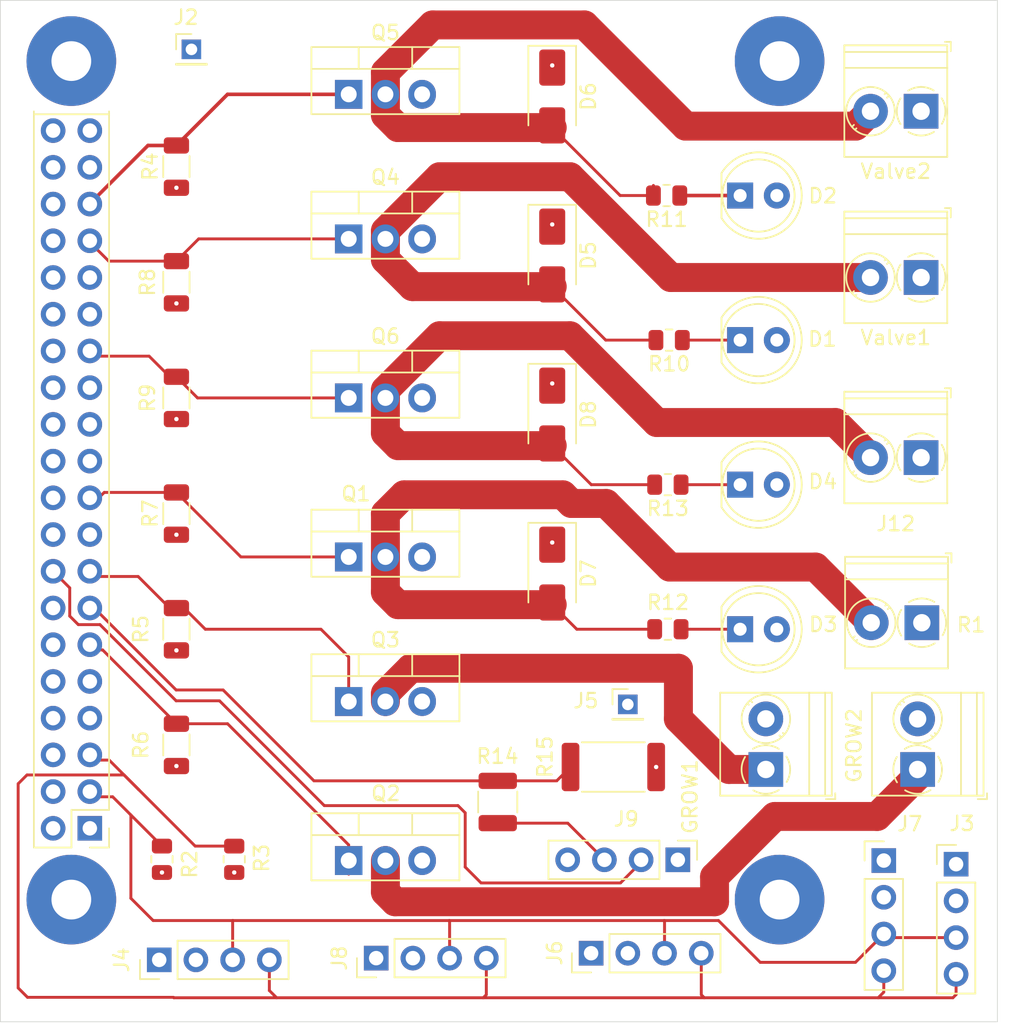
<source format=kicad_pcb>
(kicad_pcb (version 20240108) (generator "pcbnew") (generator_version "8.0")
  (title_block (date "3/14/2025") (rev "2"))
  (layers (0 "F.Cu" mixed) (1 "In1.Cu" power) (2 "In2.Cu" power) (31 "B.Cu" mixed) (34 "B.Paste" user) (35 "F.Paste" user) (36 "B.SilkS" user "B.Silkscreen") (37 "F.SilkS" user "F.Silkscreen") (38 "B.Mask" user) (39 "F.Mask" user) (44 "Edge.Cuts" user))
  (net 0 "")
  (net 1 "Net-(D1-K)")
  (net 2 "+12V")
  (net 3 "Net-(D2-K)")
  (net 4 "Net-(D3-K)")
  (net 5 "Net-(D4-K)")
  (net 6 "Net-(D5-A)")
  (net 7 "Net-(D6-A)")
  (net 8 "Net-(D7-A)")
  (net 9 "Net-(D8-A)")
  (net 10 "GND")
  (net 11 "+5V")
  (net 12 "+3.3V")
  (net 13 "Net-(J1-SDA_I2C1{slash}GPIO02)")
  (net 14 "Net-(J1-GPIO19{slash}SPI1_MISO{slash}PCM_FS)")
  (net 15 "Net-(J1-SCL_I2C1{slash}GPIO03)")
  (net 16 "Net-(J1-GPIO13{slash}PWM1)")
  (net 17 "Net-(Q2-D)")
  (net 18 "Net-(Q3-D)")
  (net 20 "Net-(J1-ID_SD_I2C0{slash}GPIO00)")
  (net 21 "Net-(J1-MOSI_SPI0{slash}GPIO10)")
  (net 22 "Net-(J1-GPIO22{slash}SDIO_CLK)")
  (net 23 "Net-(J1-GPIO27{slash}SDIO_DAT3)")
  (net 24 "Net-(J1-GPIO17{slash}SPI1_~{CE1})")
  (net 32 "Net-(J1-GPIO23{slash}SDIO_CMD)")
  (net 43 "Net-(J9-Pin_3)")
  (footprint "Resistor_SMD:R_0805_2012Metric" (layer "F.Cu") (at 164.3575 84.3 180)
    (property "Reference" "R10" (at 0 -1.65 0) (layer "F.SilkS"))
    (property "Value" "1kΩ")
    (pad "1" smd roundrect (at -0.9125 0 180) (size 1.025 1.4) (layers "F.Cu" "F.Paste" "F.Mask") (roundrect_rratio 0.243902) (net 1 "Net-(D1-K)"))
    (pad "2" smd roundrect (at 0.9125 0 180) (size 1.025 1.4) (layers "F.Cu" "F.Paste" "F.Mask") (roundrect_rratio 0.243902) (net 6 "Net-(D5-A)"))
  )
  (footprint "Resistor_SMD:R_0805_2012Metric" (layer "F.Cu") (at 129.27 120.2125 90)
    (property "Reference" "R2" (at -0.3475 1.92 90) (layer "F.SilkS"))
    (property "Value" "4.7kΩ")
    (pad "1" smd roundrect (at -0.9125 0 90) (size 1.025 1.4) (layers "F.Cu" "F.Paste" "F.Mask") (roundrect_rratio 0.243902) (net 12 "+3.3V"))
    (pad "2" smd roundrect (at 0.9125 0 90) (size 1.025 1.4) (layers "F.Cu" "F.Paste" "F.Mask") (roundrect_rratio 0.243902) (net 13 "Net-(J1-SDA_I2C1{slash}GPIO02)"))
  )
  (footprint "Connector_PinHeader_2.54mm:PinHeader_1x04_P2.54mm_Vertical" (layer "F.Cu") (at 164.96 120.25 -90)
    (property "Reference" "J9" (at -2.82 3.57 0) (layer "F.SilkS"))
    (property "Value" "HC-SR04")
    (pad "1" thru_hole rect (at 0 0 270) (size 1.7 1.7) (drill 1) (layers "*.Cu" "*.Mask") (net 11 "+5V"))
    (pad "2" thru_hole oval (at 0 2.54 270) (size 1.7 1.7) (drill 1) (layers "*.Cu" "*.Mask") (net 32 "Net-(J1-GPIO23{slash}SDIO_CMD)"))
    (pad "3" thru_hole oval (at 0 5.08 270) (size 1.7 1.7) (drill 1) (layers "*.Cu" "*.Mask") (net 43 "Net-(J9-Pin_3)"))
    (pad "4" thru_hole oval (at 0 7.62 270) (size 1.7 1.7) (drill 1) (layers "*.Cu" "*.Mask") (net 10 "GND"))
  )
  (footprint "Resistor_SMD:R_0805_2012Metric" (layer "F.Cu") (at 164.27 104.3 180)
    (property "Reference" "R12" (at -0.01 1.85 0) (layer "F.SilkS"))
    (property "Value" "1kΩ")
    (pad "1" smd roundrect (at -0.9125 0 180) (size 1.025 1.4) (layers "F.Cu" "F.Paste" "F.Mask") (roundrect_rratio 0.243902) (net 4 "Net-(D3-K)"))
    (pad "2" smd roundrect (at 0.9125 0 180) (size 1.025 1.4) (layers "F.Cu" "F.Paste" "F.Mask") (roundrect_rratio 0.243902) (net 8 "Net-(D7-A)"))
  )
  (footprint "Connector_PinHeader_2.54mm:PinHeader_1x04_P2.54mm_Vertical" (layer "F.Cu") (at 179.21 120.3)
    (property "Reference" "J7" (at 1.8 -2.54 0) (layer "F.SilkS"))
    (property "Value" "Air Quality Sensor")
    (pad "1" thru_hole rect (at 0 0) (size 1.7 1.7) (drill 1) (layers "*.Cu" "*.Mask") (net 11 "+5V"))
    (pad "2" thru_hole oval (at 0 2.54) (size 1.7 1.7) (drill 1) (layers "*.Cu" "*.Mask") (net 10 "GND"))
    (pad "3" thru_hole oval (at 0 5.08) (size 1.7 1.7) (drill 1) (layers "*.Cu" "*.Mask") (net 13 "Net-(J1-SDA_I2C1{slash}GPIO02)"))
    (pad "4" thru_hole oval (at 0 7.62) (size 1.7 1.7) (drill 1) (layers "*.Cu" "*.Mask") (net 15 "Net-(J1-SCL_I2C1{slash}GPIO03)"))
  )
  (footprint "Resistor_SMD:R_1206_3216Metric" (layer "F.Cu") (at 130.27 96.3 -90)
    (property "Reference" "R7" (at 0 1.82 90) (layer "F.SilkS"))
    (property "Value" "10kΩ")
    (pad "1" smd roundrect (at -1.4625 0 270) (size 1.125 1.75) (layers "F.Cu" "F.Paste" "F.Mask") (roundrect_rratio 0.222222) (net 21 "Net-(J1-MOSI_SPI0{slash}GPIO10)"))
    (pad "2" smd roundrect (at 1.4625 0 270) (size 1.125 1.75) (layers "F.Cu" "F.Paste" "F.Mask") (roundrect_rratio 0.222222) (net 10 "GND"))
  )
  (footprint "Package_TO_SOT_THT:TO-220-3_Vertical" (layer "F.Cu") (at 142.19 67.3)
    (property "Reference" "Q5" (at 2.54 -4.27 0) (layer "F.SilkS"))
    (property "Value" "IRLB8721PbF")
    (pad "1" thru_hole rect (at 0 0) (size 1.905 2) (drill 1.1) (layers "*.Cu" "*.Mask") (net 14 "Net-(J1-GPIO19{slash}SPI1_MISO{slash}PCM_FS)"))
    (pad "2" thru_hole oval (at 2.54 0) (size 1.905 2) (drill 1.1) (layers "*.Cu" "*.Mask") (net 7 "Net-(D6-A)"))
    (pad "3" thru_hole oval (at 5.08 0) (size 1.905 2) (drill 1.1) (layers "*.Cu" "*.Mask") (net 10 "GND"))
  )
  (footprint "Diode_SMD:D_SMA" (layer "F.Cu") (at 156.27 100.45 -90)
    (property "Reference" "D7" (at 0 -2.5 -90) (layer "F.SilkS"))
    (property "Value" "SS510")
    (pad "1" smd roundrect (at -2 0 270) (size 2.5 1.8) (layers "F.Cu" "F.Paste" "F.Mask") (roundrect_rratio 0.1388888889) (net 2 "+12V"))
    (pad "2" smd roundrect (at 2 0 270) (size 2.5 1.8) (layers "F.Cu" "F.Paste" "F.Mask") (roundrect_rratio 0.1388888889) (net 8 "Net-(D7-A)"))
  )
  (footprint "Package_TO_SOT_THT:TO-220-3_Vertical" (layer "F.Cu") (at 142.19 109.3)
    (property "Reference" "Q3" (at 2.54 -4.27 0) (layer "F.SilkS"))
    (property "Value" "IRLB8721PbF")
    (pad "1" thru_hole rect (at 0 0) (size 1.905 2) (drill 1.1) (layers "*.Cu" "*.Mask") (net 22 "Net-(J1-GPIO22{slash}SDIO_CLK)"))
    (pad "2" thru_hole oval (at 2.54 0) (size 1.905 2) (drill 1.1) (layers "*.Cu" "*.Mask") (net 18 "Net-(Q3-D)"))
    (pad "3" thru_hole oval (at 5.08 0) (size 1.905 2) (drill 1.1) (layers "*.Cu" "*.Mask") (net 10 "GND"))
  )
  (footprint "RASPBERRY_PI_4B_4GB:RPI Correct" (layer "F.Cu") (at 120.9 72.35)
    (property "Reference" "J1" (hide yes))
    (property "Value" "Raspberry_Pi_5" (hide yes))
    (pad "1" thru_hole rect (at 3.38 45.72 180) (size 1.7 1.7) (drill 1) (layers "*.Cu" "*.Mask") (net 12 "+3.3V"))
    (pad "2" thru_hole oval (at 0.84 45.72 180) (size 1.7 1.7) (drill 1) (layers "*.Cu" "*.Mask") (net 11 "+5V"))
    (pad "3" thru_hole oval (at 3.38 43.18 180) (size 1.7 1.7) (drill 1) (layers "*.Cu" "*.Mask") (net 13 "Net-(J1-SDA_I2C1{slash}GPIO02)"))
    (pad "4" thru_hole oval (at 0.84 43.18 180) (size 1.7 1.7) (drill 1) (layers "*.Cu" "*.Mask") (net 11 "+5V"))
    (pad "5" thru_hole oval (at 3.38 40.64 180) (size 1.7 1.7) (drill 1) (layers "*.Cu" "*.Mask") (net 15 "Net-(J1-SCL_I2C1{slash}GPIO03)"))
    (pad "6" thru_hole oval (at 0.84 40.64 180) (size 1.7 1.7) (drill 1) (layers "*.Cu" "*.Mask") (net 10 "GND"))
    (pad "7" thru_hole oval (at 3.38 38.1 180) (size 1.7 1.7) (drill 1) (layers "*.Cu" "*.Mask"))
    (pad "8" thru_hole oval (at 0.84 38.1 180) (size 1.7 1.7) (drill 1) (layers "*.Cu" "*.Mask"))
    (pad "9" thru_hole oval (at 3.38 35.56 180) (size 1.7 1.7) (drill 1) (layers "*.Cu" "*.Mask") (net 10 "GND"))
    (pad "10" thru_hole oval (at 0.84 35.56 180) (size 1.7 1.7) (drill 1) (layers "*.Cu" "*.Mask"))
    (pad "11" thru_hole oval (at 3.38 33.02 180) (size 1.7 1.7) (drill 1) (layers "*.Cu" "*.Mask") (net 24 "Net-(J1-GPIO17{slash}SPI1_~{CE1})"))
    (pad "12" thru_hole oval (at 0.84 33.02 180) (size 1.7 1.7) (drill 1) (layers "*.Cu" "*.Mask"))
    (pad "13" thru_hole oval (at 3.38 30.48 180) (size 1.7 1.7) (drill 1) (layers "*.Cu" "*.Mask") (net 23 "Net-(J1-GPIO27{slash}SDIO_DAT3)"))
    (pad "14" thru_hole oval (at 0.84 30.48 180) (size 1.7 1.7) (drill 1) (layers "*.Cu" "*.Mask") (net 10 "GND"))
    (pad "15" thru_hole oval (at 3.38 27.94 180) (size 1.7 1.7) (drill 1) (layers "*.Cu" "*.Mask") (net 22 "Net-(J1-GPIO22{slash}SDIO_CLK)"))
    (pad "16" thru_hole oval (at 0.84 27.94 180) (size 1.7 1.7) (drill 1) (layers "*.Cu" "*.Mask") (net 32 "Net-(J1-GPIO23{slash}SDIO_CMD)"))
    (pad "17" thru_hole oval (at 3.38 25.4 180) (size 1.7 1.7) (drill 1) (layers "*.Cu" "*.Mask") (net 12 "+3.3V"))
    (pad "18" thru_hole oval (at 0.84 25.4 180) (size 1.7 1.7) (drill 1) (layers "*.Cu" "*.Mask"))
    (pad "19" thru_hole oval (at 3.38 22.86 180) (size 1.7 1.7) (drill 1) (layers "*.Cu" "*.Mask") (net 21 "Net-(J1-MOSI_SPI0{slash}GPIO10)"))
    (pad "20" thru_hole oval (at 0.84 22.86 180) (size 1.7 1.7) (drill 1) (layers "*.Cu" "*.Mask") (net 10 "GND"))
    (pad "21" thru_hole oval (at 3.38 20.32 180) (size 1.7 1.7) (drill 1) (layers "*.Cu" "*.Mask"))
    (pad "22" thru_hole oval (at 0.84 20.32 180) (size 1.7 1.7) (drill 1) (layers "*.Cu" "*.Mask"))
    (pad "23" thru_hole oval (at 3.38 17.78 180) (size 1.7 1.7) (drill 1) (layers "*.Cu" "*.Mask"))
    (pad "24" thru_hole oval (at 0.84 17.78 180) (size 1.7 1.7) (drill 1) (layers "*.Cu" "*.Mask"))
    (pad "25" thru_hole oval (at 3.38 15.24 180) (size 1.7 1.7) (drill 1) (layers "*.Cu" "*.Mask") (net 10 "GND"))
    (pad "26" thru_hole oval (at 0.84 15.24 180) (size 1.7 1.7) (drill 1) (layers "*.Cu" "*.Mask"))
    (pad "27" thru_hole oval (at 3.38 12.7 180) (size 1.7 1.7) (drill 1) (layers "*.Cu" "*.Mask") (net 20 "Net-(J1-ID_SD_I2C0{slash}GPIO00)"))
    (pad "28" thru_hole oval (at 0.84 12.7 180) (size 1.7 1.7) (drill 1) (layers "*.Cu" "*.Mask"))
    (pad "29" thru_hole oval (at 3.38 10.16 180) (size 1.7 1.7) (drill 1) (layers "*.Cu" "*.Mask"))
    (pad "30" thru_hole oval (at 0.84 10.16 180) (size 1.7 1.7) (drill 1) (layers "*.Cu" "*.Mask") (net 10 "GND"))
    (pad "31" thru_hole oval (at 3.38 7.62 180) (size 1.7 1.7) (drill 1) (layers "*.Cu" "*.Mask"))
    (pad "32" thru_hole oval (at 0.84 7.62 180) (size 1.7 1.7) (drill 1) (layers "*.Cu" "*.Mask"))
    (pad "33" thru_hole oval (at 3.38 5.08 180) (size 1.7 1.7) (drill 1) (layers "*.Cu" "*.Mask") (net 16 "Net-(J1-GPIO13{slash}PWM1)"))
    (pad "34" thru_hole oval (at 0.84 5.08 180) (size 1.7 1.7) (drill 1) (layers "*.Cu" "*.Mask") (net 10 "GND"))
    (pad "35" thru_hole oval (at 3.38 2.54 180) (size 1.7 1.7) (drill 1) (layers "*.Cu" "*.Mask") (net 14 "Net-(J1-GPIO19{slash}SPI1_MISO{slash}PCM_FS)"))
    (pad "36" thru_hole oval (at 0.84 2.54 180) (size 1.7 1.7) (drill 1) (layers "*.Cu" "*.Mask"))
    (pad "37" thru_hole oval (at 3.38 0 180) (size 1.7 1.7) (drill 1) (layers "*.Cu" "*.Mask"))
    (pad "38" thru_hole oval (at 0.84 0 180) (size 1.7 1.7) (drill 1) (layers "*.Cu" "*.Mask"))
    (pad "39" thru_hole oval (at 3.38 -2.54 180) (size 1.7 1.7) (drill 1) (layers "*.Cu" "*.Mask") (net 10 "GND"))
    (pad "40" thru_hole oval (at 0.84 -2.54 180) (size 1.7 1.7) (drill 1) (layers "*.Cu" "*.Mask"))
    (pad "S1" thru_hole circle (at 51.1 -7.35 270) (size 6.2 6.2) (drill 2.75) (layers "*.Cu" "*.Mask"))
    (pad "S2" thru_hole circle (at 51.1 50.65 270) (size 6.2 6.2) (drill 2.75) (layers "*.Cu" "*.Mask"))
    (pad "S3" thru_hole circle (at 2.1 50.65 270) (size 6.2 6.2) (drill 2.75) (layers "*.Cu" "*.Mask"))
    (pad "S4" thru_hole circle (at 2.1 -7.35 270) (size 6.2 6.2) (drill 2.75) (layers "*.Cu" "*.Mask"))
  )
  (footprint "TerminalBlock_Phoenix:TerminalBlock_Phoenix_PT-1,5-2-3.5-H_1x02_P3.50mm_Horizontal" (layer "F.Cu") (at 181.84 103.85 180)
    (property "Reference" "R1" (at -3.41 -0.15 180) (layer "F.SilkS"))
    (property "Value" "R1")
    (pad "1" thru_hole rect (at 0 0 180) (size 2.4 2.4) (drill 1.2) (layers "*.Cu" "*.Mask") (net 2 "+12V"))
    (pad "2" thru_hole circle (at 3.5 0 180) (size 2.4 2.4) (drill 1.2) (layers "*.Cu" "*.Mask") (net 8 "Net-(D7-A)"))
  )
  (footprint "TerminalBlock_Phoenix:TerminalBlock_Phoenix_PT-1,5-2-3.5-H_1x02_P3.50mm_Horizontal" (layer "F.Cu") (at 181.79 79.97 180)
    (property "Reference" "Valve1" (at 1.75 -4.16 180) (layer "F.SilkS"))
    (property "Value" "L")
    (pad "1" thru_hole rect (at 0 0 180) (size 2.4 2.4) (drill 1.2) (layers "*.Cu" "*.Mask") (net 2 "+12V"))
    (pad "2" thru_hole circle (at 3.5 0 180) (size 2.4 2.4) (drill 1.2) (layers "*.Cu" "*.Mask") (net 6 "Net-(D5-A)"))
  )
  (footprint "TerminalBlock_Phoenix:TerminalBlock_Phoenix_PT-1,5-2-3.5-H_1x02_P3.50mm_Horizontal" (layer "F.Cu") (at 181.55 114 90)
    (property "Reference" "GROW2" (at 1.65 -4.4 90) (layer "F.SilkS"))
    (property "Value" "~")
    (pad "1" thru_hole rect (at 0 0 90) (size 2.4 2.4) (drill 1.2) (layers "*.Cu" "*.Mask") (net 17 "Net-(Q2-D)"))
    (pad "2" thru_hole circle (at 3.5 0 90) (size 2.4 2.4) (drill 1.2) (layers "*.Cu" "*.Mask") (net 11 "+5V"))
  )
  (footprint "Resistor_SMD:R_0805_2012Metric" (layer "F.Cu") (at 164.27 94.3 180)
    (property "Reference" "R13" (at 0 -1.65 0) (layer "F.SilkS"))
    (property "Value" "1kΩ")
    (pad "1" smd roundrect (at -0.9125 0 180) (size 1.025 1.4) (layers "F.Cu" "F.Paste" "F.Mask") (roundrect_rratio 0.243902) (net 5 "Net-(D4-K)"))
    (pad "2" smd roundrect (at 0.9125 0 180) (size 1.025 1.4) (layers "F.Cu" "F.Paste" "F.Mask") (roundrect_rratio 0.243902) (net 9 "Net-(D8-A)"))
  )
  (footprint "Connector_PinHeader_2.54mm:PinHeader_1x04_P2.54mm_Vertical" (layer "F.Cu") (at 184.21 120.55)
    (property "Reference" "J3" (at 0.41 -2.81 0) (layer "F.SilkS"))
    (property "Value" "Soil Sensor")
    (pad "1" thru_hole rect (at 0 0) (size 1.7 1.7) (drill 1) (layers "*.Cu" "*.Mask") (net 11 "+5V"))
    (pad "2" thru_hole oval (at 0 2.54) (size 1.7 1.7) (drill 1) (layers "*.Cu" "*.Mask") (net 10 "GND"))
    (pad "3" thru_hole oval (at 0 5.08) (size 1.7 1.7) (drill 1) (layers "*.Cu" "*.Mask") (net 13 "Net-(J1-SDA_I2C1{slash}GPIO02)"))
    (pad "4" thru_hole oval (at 0 7.62) (size 1.7 1.7) (drill 1) (layers "*.Cu" "*.Mask") (net 15 "Net-(J1-SCL_I2C1{slash}GPIO03)"))
  )
  (footprint "Diode_SMD:D_SMA" (layer "F.Cu") (at 156.27 89.45 -90)
    (property "Reference" "D8" (at 0 -2.5 -90) (layer "F.SilkS"))
    (property "Value" "SS510")
    (pad "1" smd roundrect (at -2 0 270) (size 2.5 1.8) (layers "F.Cu" "F.Paste" "F.Mask") (roundrect_rratio 0.1388888889) (net 2 "+12V"))
    (pad "2" smd roundrect (at 2 0 270) (size 2.5 1.8) (layers "F.Cu" "F.Paste" "F.Mask") (roundrect_rratio 0.1388888889) (net 9 "Net-(D8-A)"))
  )
  (footprint "Diode_SMD:D_SMA" (layer "F.Cu") (at 156.27 78.45 -90)
    (property "Reference" "D5" (at 0 -2.5 -90) (layer "F.SilkS"))
    (property "Value" "SS510")
    (pad "1" smd roundrect (at -2 0 270) (size 2.5 1.8) (layers "F.Cu" "F.Paste" "F.Mask") (roundrect_rratio 0.1388888889) (net 2 "+12V"))
    (pad "2" smd roundrect (at 2 0 270) (size 2.5 1.8) (layers "F.Cu" "F.Paste" "F.Mask") (roundrect_rratio 0.1388888889) (net 6 "Net-(D5-A)"))
  )
  (footprint "LED_THT:LED_D5.0mm" (layer "F.Cu") (at 169.27 74.3)
    (property "Reference" "D2" (at 5.72 0.02 0) (layer "F.SilkS"))
    (property "Value" "LED")
    (pad "1" thru_hole rect (at 0 0) (size 1.8 1.8) (drill 0.9) (layers "*.Cu" "*.Mask") (net 3 "Net-(D2-K)"))
    (pad "2" thru_hole circle (at 2.54 0) (size 1.8 1.8) (drill 0.9) (layers "*.Cu" "*.Mask") (net 2 "+12V"))
  )
  (footprint "LED_THT:LED_D5.0mm" (layer "F.Cu") (at 169.27 94.3)
    (property "Reference" "D4" (at 5.72 -0.21 0) (layer "F.SilkS"))
    (property "Value" "LED")
    (pad "1" thru_hole rect (at 0 0) (size 1.8 1.8) (drill 0.9) (layers "*.Cu" "*.Mask") (net 5 "Net-(D4-K)"))
    (pad "2" thru_hole circle (at 2.54 0) (size 1.8 1.8) (drill 0.9) (layers "*.Cu" "*.Mask") (net 2 "+12V"))
  )
  (footprint "Resistor_SMD:R_1206_3216Metric" (layer "F.Cu") (at 130.27 112.3 -90)
    (property "Reference" "R6" (at 0 2.4625 90) (layer "F.SilkS"))
    (property "Value" "10kΩ")
    (pad "1" smd roundrect (at -1.4625 0 270) (size 1.125 1.75) (layers "F.Cu" "F.Paste" "F.Mask") (roundrect_rratio 0.222222) (net 24 "Net-(J1-GPIO17{slash}SPI1_~{CE1})"))
    (pad "2" smd roundrect (at 1.4625 0 270) (size 1.125 1.75) (layers "F.Cu" "F.Paste" "F.Mask") (roundrect_rratio 0.222222) (net 10 "GND"))
  )
  (footprint "Connector_PinHeader_2.00mm:PinHeader_1x01_P2.00mm_Vertical" (layer "F.Cu") (at 131.31 64.19)
    (property "Reference" "J2" (at -0.38 -2.22 0) (layer "F.SilkS"))
    (property "Value" "12V IN")
    (pad "1" thru_hole rect (at 0 0) (size 1.35 1.35) (drill 0.8) (layers "*.Cu" "*.Mask") (net 2 "+12V"))
  )
  (footprint "Package_TO_SOT_THT:TO-220-3_Vertical" (layer "F.Cu") (at 142.19 120.3)
    (property "Reference" "Q2" (at 2.57 -4.64 0) (layer "F.SilkS"))
    (property "Value" "IRLB8721PbF")
    (pad "1" thru_hole rect (at 0 0) (size 1.905 2) (drill 1.1) (layers "*.Cu" "*.Mask") (net 24 "Net-(J1-GPIO17{slash}SPI1_~{CE1})"))
    (pad "2" thru_hole oval (at 2.54 0) (size 1.905 2) (drill 1.1) (layers "*.Cu" "*.Mask") (net 17 "Net-(Q2-D)"))
    (pad "3" thru_hole oval (at 5.08 0) (size 1.905 2) (drill 1.1) (layers "*.Cu" "*.Mask") (net 10 "GND"))
  )
  (footprint "Resistor_SMD:R_1206_3216Metric" (layer "F.Cu") (at 130.27 104.3 -90)
    (property "Reference" "R5" (at 0 2.4625 90) (layer "F.SilkS"))
    (property "Value" "10kΩ")
    (pad "1" smd roundrect (at -1.4625 0 270) (size 1.125 1.75) (layers "F.Cu" "F.Paste" "F.Mask") (roundrect_rratio 0.222222) (net 22 "Net-(J1-GPIO22{slash}SDIO_CLK)"))
    (pad "2" smd roundrect (at 1.4625 0 270) (size 1.125 1.75) (layers "F.Cu" "F.Paste" "F.Mask") (roundrect_rratio 0.222222) (net 10 "GND"))
  )
  (footprint "TerminalBlock_Phoenix:TerminalBlock_Phoenix_PT-1,5-2-3.5-H_1x02_P3.50mm_Horizontal" (layer "F.Cu") (at 181.79 68.47 180)
    (property "Reference" "Valve2" (at 1.75 -4.16 180) (layer "F.SilkS"))
    (property "Value" "L")
    (pad "1" thru_hole rect (at 0 0 180) (size 2.4 2.4) (drill 1.2) (layers "*.Cu" "*.Mask") (net 2 "+12V"))
    (pad "2" thru_hole circle (at 3.5 0 180) (size 2.4 2.4) (drill 1.2) (layers "*.Cu" "*.Mask") (net 7 "Net-(D6-A)"))
  )
  (footprint "Resistor_SMD:R_2512_6332Metric" (layer "F.Cu") (at 160.4975 113.83)
    (property "Reference" "R15" (at -4.7275 -0.7 90) (layer "F.SilkS"))
    (property "Value" "2kΩ")
    (pad "1" smd roundrect (at -2.9625 0) (size 1.225 3.35) (layers "F.Cu" "F.Paste" "F.Mask") (roundrect_rratio 0.204082) (net 23 "Net-(J1-GPIO27{slash}SDIO_DAT3)"))
    (pad "2" smd roundrect (at 2.9625 0) (size 1.225 3.35) (layers "F.Cu" "F.Paste" "F.Mask") (roundrect_rratio 0.204082) (net 10 "GND"))
  )
  (footprint "Package_TO_SOT_THT:TO-220-3_Vertical" (layer "F.Cu") (at 142.19 77.3)
    (property "Reference" "Q4" (at 2.54 -4.27 0) (layer "F.SilkS"))
    (property "Value" "IRLB8721PbF")
    (pad "1" thru_hole rect (at 0 0) (size 1.905 2) (drill 1.1) (layers "*.Cu" "*.Mask") (net 16 "Net-(J1-GPIO13{slash}PWM1)"))
    (pad "2" thru_hole oval (at 2.54 0) (size 1.905 2) (drill 1.1) (layers "*.Cu" "*.Mask") (net 6 "Net-(D5-A)"))
    (pad "3" thru_hole oval (at 5.08 0) (size 1.905 2) (drill 1.1) (layers "*.Cu" "*.Mask") (net 10 "GND"))
  )
  (footprint "Resistor_SMD:R_1210_3225Metric" (layer "F.Cu") (at 152.5 116.25 -90)
    (property "Reference" "R14" (at -3.1625 0.02 180) (layer "F.SilkS"))
    (property "Value" "1kΩ")
    (pad "1" smd roundrect (at -1.4625 0 270) (size 1.125 2.65) (layers "F.Cu" "F.Paste" "F.Mask") (roundrect_rratio 0.222222) (net 23 "Net-(J1-GPIO27{slash}SDIO_DAT3)"))
    (pad "2" smd roundrect (at 1.4625 0 270) (size 1.125 2.65) (layers "F.Cu" "F.Paste" "F.Mask") (roundrect_rratio 0.222222) (net 43 "Net-(J9-Pin_3)"))
  )
  (footprint "LED_THT:LED_D5.0mm" (layer "F.Cu") (at 169.27 104.3)
    (property "Reference" "D3" (at 5.75 -0.33 0) (layer "F.SilkS"))
    (property "Value" "LED")
    (pad "1" thru_hole rect (at 0 0) (size 1.8 1.8) (drill 0.9) (layers "*.Cu" "*.Mask") (net 4 "Net-(D3-K)"))
    (pad "2" thru_hole circle (at 2.54 0) (size 1.8 1.8) (drill 0.9) (layers "*.Cu" "*.Mask") (net 2 "+12V"))
  )
  (footprint "Connector_PinHeader_2.54mm:PinHeader_1x04_P2.54mm_Vertical" (layer "F.Cu") (at 158.96 126.71 90)
    (property "Reference" "J6" (at 0.02 -2.52 90) (layer "F.SilkS"))
    (property "Value" "Temperature Sensor")
    (pad "1" thru_hole rect (at 0 0 90) (size 1.7 1.7) (drill 1) (layers "*.Cu" "*.Mask") (net 11 "+5V"))
    (pad "2" thru_hole oval (at 0 2.54 90) (size 1.7 1.7) (drill 1) (layers "*.Cu" "*.Mask") (net 10 "GND"))
    (pad "3" thru_hole oval (at 0 5.08 90) (size 1.7 1.7) (drill 1) (layers "*.Cu" "*.Mask") (net 13 "Net-(J1-SDA_I2C1{slash}GPIO02)"))
    (pad "4" thru_hole oval (at 0 7.62 90) (size 1.7 1.7) (drill 1) (layers "*.Cu" "*.Mask") (net 15 "Net-(J1-SCL_I2C1{slash}GPIO03)"))
  )
  (footprint "Package_TO_SOT_THT:TO-220-3_Vertical" (layer "F.Cu") (at 142.19 88.3)
    (property "Reference" "Q6" (at 2.54 -4.27 0) (layer "F.SilkS"))
    (property "Value" "IRLB8721PbF")
    (pad "1" thru_hole rect (at 0 0) (size 1.905 2) (drill 1.1) (layers "*.Cu" "*.Mask") (net 20 "Net-(J1-ID_SD_I2C0{slash}GPIO00)"))
    (pad "2" thru_hole oval (at 2.54 0) (size 1.905 2) (drill 1.1) (layers "*.Cu" "*.Mask") (net 9 "Net-(D8-A)"))
    (pad "3" thru_hole oval (at 5.08 0) (size 1.905 2) (drill 1.1) (layers "*.Cu" "*.Mask") (net 10 "GND"))
  )
  (footprint "LED_THT:LED_D5.0mm" (layer "F.Cu") (at 169.27 84.3)
    (property "Reference" "D1" (at 5.69 -0.07 0) (layer "F.SilkS"))
    (property "Value" "LED")
    (pad "1" thru_hole rect (at 0 0) (size 1.8 1.8) (drill 0.9) (layers "*.Cu" "*.Mask") (net 1 "Net-(D1-K)"))
    (pad "2" thru_hole circle (at 2.54 0) (size 1.8 1.8) (drill 0.9) (layers "*.Cu" "*.Mask") (net 2 "+12V"))
  )
  (footprint "TerminalBlock_Phoenix:TerminalBlock_Phoenix_PT-1,5-2-3.5-H_1x02_P3.50mm_Horizontal" (layer "F.Cu") (at 181.79 92.43 180)
    (property "Reference" "J12" (at 1.75 -4.57 180) (layer "F.SilkS"))
    (property "Value" "12V")
    (pad "1" thru_hole rect (at 0 0 180) (size 2.4 2.4) (drill 1.2) (layers "*.Cu" "*.Mask") (net 2 "+12V"))
    (pad "2" thru_hole circle (at 3.5 0 180) (size 2.4 2.4) (drill 1.2) (layers "*.Cu" "*.Mask") (net 9 "Net-(D8-A)"))
  )
  (footprint "Connector_PinHeader_2.00mm:PinHeader_1x01_P2.00mm_Vertical" (layer "F.Cu") (at 161.5 109.5)
    (property "Reference" "J5" (at -2.9 -0.25 0) (layer "F.SilkS"))
    (property "Value" "5V IN")
    (pad "1" thru_hole rect (at 0 0) (size 1.35 1.35) (drill 0.8) (layers "*.Cu" "*.Mask") (net 11 "+5V"))
  )
  (footprint "Resistor_SMD:R_1206_3216Metric" (layer "F.Cu") (at 130.27 80.3 -90)
    (property "Reference" "R8" (at 0 2 90) (layer "F.SilkS"))
    (property "Value" "10kΩ")
    (pad "1" smd roundrect (at -1.4625 0 270) (size 1.125 1.75) (layers "F.Cu" "F.Paste" "F.Mask") (roundrect_rratio 0.222222) (net 16 "Net-(J1-GPIO13{slash}PWM1)"))
    (pad "2" smd roundrect (at 1.4625 0 270) (size 1.125 1.75) (layers "F.Cu" "F.Paste" "F.Mask") (roundrect_rratio 0.222222) (net 10 "GND"))
  )
  (footprint "Resistor_SMD:R_1206_3216Metric" (layer "F.Cu") (at 130.27 72.3 -90)
    (property "Reference" "R4" (at 0 1.82 90) (layer "F.SilkS"))
    (property "Value" "10kΩ")
    (pad "1" smd roundrect (at -1.4625 0 270) (size 1.125 1.75) (layers "F.Cu" "F.Paste" "F.Mask") (roundrect_rratio 0.222222) (net 14 "Net-(J1-GPIO19{slash}SPI1_MISO{slash}PCM_FS)"))
    (pad "2" smd roundrect (at 1.4625 0 270) (size 1.125 1.75) (layers "F.Cu" "F.Paste" "F.Mask") (roundrect_rratio 0.222222) (net 10 "GND"))
  )
  (footprint "Connector_PinHeader_2.54mm:PinHeader_1x04_P2.54mm_Vertical" (layer "F.Cu") (at 129.08 127.17 90)
    (property "Reference" "J4" (at 0 -2.6 90) (layer "F.SilkS"))
    (property "Value" "Soil Sensor")
    (pad "1" thru_hole rect (at 0 0 90) (size 1.7 1.7) (drill 1) (layers "*.Cu" "*.Mask") (net 11 "+5V"))
    (pad "2" thru_hole oval (at 0 2.54 90) (size 1.7 1.7) (drill 1) (layers "*.Cu" "*.Mask") (net 10 "GND"))
    (pad "3" thru_hole oval (at 0 5.08 90) (size 1.7 1.7) (drill 1) (layers "*.Cu" "*.Mask") (net 13 "Net-(J1-SDA_I2C1{slash}GPIO02)"))
    (pad "4" thru_hole oval (at 0 7.62 90) (size 1.7 1.7) (drill 1) (layers "*.Cu" "*.Mask") (net 15 "Net-(J1-SCL_I2C1{slash}GPIO03)"))
  )
  (footprint "TerminalBlock_Phoenix:TerminalBlock_Phoenix_PT-1,5-2-3.5-H_1x02_P3.50mm_Horizontal" (layer "F.Cu") (at 171.05 114 90)
    (property "Reference" "GROW1" (at -1.88 -5.25 90) (layer "F.SilkS"))
    (property "Value" "~")
    (pad "1" thru_hole rect (at 0 0 90) (size 2.4 2.4) (drill 1.2) (layers "*.Cu" "*.Mask") (net 18 "Net-(Q3-D)"))
    (pad "2" thru_hole circle (at 3.5 0 90) (size 2.4 2.4) (drill 1.2) (layers "*.Cu" "*.Mask") (net 11 "+5V"))
  )
  (footprint "Resistor_SMD:R_0805_2012Metric" (layer "F.Cu") (at 164.1825 74.3 180)
    (property "Reference" "R11" (at 0 -1.65 0) (layer "F.SilkS"))
    (property "Value" "1kΩ")
    (pad "1" smd roundrect (at -0.9125 0 180) (size 1.025 1.4) (layers "F.Cu" "F.Paste" "F.Mask") (roundrect_rratio 0.243902) (net 3 "Net-(D2-K)"))
    (pad "2" smd roundrect (at 0.9125 0 180) (size 1.025 1.4) (layers "F.Cu" "F.Paste" "F.Mask") (roundrect_rratio 0.243902) (net 7 "Net-(D6-A)"))
  )
  (footprint "Diode_SMD:D_SMA" (layer "F.Cu") (at 156.27 67.45 -90)
    (property "Reference" "D6" (at 0 -2.5 -90) (layer "F.SilkS"))
    (property "Value" "SS510")
    (pad "1" smd roundrect (at -2 0 270) (size 2.5 1.8) (layers "F.Cu" "F.Paste" "F.Mask") (roundrect_rratio 0.1388888889) (net 2 "+12V"))
    (pad "2" smd roundrect (at 2 0 270) (size 2.5 1.8) (layers "F.Cu" "F.Paste" "F.Mask") (roundrect_rratio 0.1388888889) (net 7 "Net-(D6-A)"))
  )
  (footprint "Connector_PinHeader_2.54mm:PinHeader_1x04_P2.54mm_Vertical" (layer "F.Cu") (at 144.09 127.05 90)
    (property "Reference" "J8" (at 0 -2.55 90) (layer "F.SilkS"))
    (property "Value" "Humidity Sensor")
    (pad "1" thru_hole rect (at 0 0 90) (size 1.7 1.7) (drill 1) (layers "*.Cu" "*.Mask") (net 11 "+5V"))
    (pad "2" thru_hole oval (at 0 2.54 90) (size 1.7 1.7) (drill 1) (layers "*.Cu" "*.Mask") (net 10 "GND"))
    (pad "3" thru_hole oval (at 0 5.08 90) (size 1.7 1.7) (drill 1) (layers "*.Cu" "*.Mask") (net 13 "Net-(J1-SDA_I2C1{slash}GPIO02)"))
    (pad "4" thru_hole oval (at 0 7.62 90) (size 1.7 1.7) (drill 1) (layers "*.Cu" "*.Mask") (net 15 "Net-(J1-SCL_I2C1{slash}GPIO03)"))
  )
  (footprint "Package_TO_SOT_THT:TO-220-3_Vertical" (layer "F.Cu") (at 142.19 99.3)
    (property "Reference" "Q1" (at 0.5 -4.37 0) (layer "F.SilkS"))
    (property "Value" "IRLB8721PbF")
    (pad "1" thru_hole rect (at 0 0) (size 1.905 2) (drill 1.1) (layers "*.Cu" "*.Mask") (net 21 "Net-(J1-MOSI_SPI0{slash}GPIO10)"))
    (pad "2" thru_hole oval (at 2.54 0) (size 1.905 2) (drill 1.1) (layers "*.Cu" "*.Mask") (net 8 "Net-(D7-A)"))
    (pad "3" thru_hole oval (at 5.08 0) (size 1.905 2) (drill 1.1) (layers "*.Cu" "*.Mask") (net 10 "GND"))
  )
  (footprint "Resistor_SMD:R_0805_2012Metric" (layer "F.Cu") (at 134.27 120.2125 -90)
    (property "Reference" "R3" (at -0.0825 -1.9 -90) (layer "F.SilkS"))
    (property "Value" "4.7kΩ")
    (pad "1" smd roundrect (at -0.9125 0 270) (size 1.025 1.4) (layers "F.Cu" "F.Paste" "F.Mask") (roundrect_rratio 0.243902) (net 15 "Net-(J1-SCL_I2C1{slash}GPIO03)"))
    (pad "2" smd roundrect (at 0.9125 0 270) (size 1.025 1.4) (layers "F.Cu" "F.Paste" "F.Mask") (roundrect_rratio 0.243902) (net 12 "+3.3V"))
  )
  (footprint "Resistor_SMD:R_1206_3216Metric" (layer "F.Cu") (at 130.27 88.3 -90)
    (property "Reference" "R9" (at 0 2 90) (layer "F.SilkS"))
    (property "Value" "10kΩ")
    (pad "1" smd roundrect (at -1.4625 0 270) (size 1.125 1.75) (layers "F.Cu" "F.Paste" "F.Mask") (roundrect_rratio 0.222222) (net 20 "Net-(J1-ID_SD_I2C0{slash}GPIO00)"))
    (pad "2" smd roundrect (at 1.4625 0 270) (size 1.125 1.75) (layers "F.Cu" "F.Paste" "F.Mask") (roundrect_rratio 0.222222) (net 10 "GND"))
  )
  (gr_rect (start 118.09 60.8) (end 187.07 131.45) (stroke (width 0.05)) (fill none) (layer "Edge.Cuts"))
  (segment (start 169.27 84.3) (end 165.27 84.3) (width 0.2) (layer "F.Cu") (net 1))
  (segment (start 156.3575 87.3) (end 156.27 87.3) (width 0.2) (layer "F.Cu") (net 2))
  (segment (start 155.97 87) (end 156.27 87.3) (width 0.2) (layer "F.Cu") (net 2))
  (segment (start 156.27 98.3) (end 155.97 98) (width 0.2) (layer "F.Cu") (net 2))
  (segment (start 155.97 76) (end 156.27 76.3) (width 0.2) (layer "F.Cu") (net 2))
  (via blind (at 156.27 65.3) (size 0.6) (drill 0.3) (layers "F.Cu" "In2.Cu") (net 2))
  (via blind (at 156.27 98.3) (size 0.6) (drill 0.3) (layers "F.Cu" "In2.Cu") (net 2))
  (via blind (at 156.27 76.3) (size 0.6) (drill 0.3) (layers "F.Cu" "In2.Cu") (net 2))
  (via blind (at 156.27 87.3) (size 0.6) (drill 0.3) (layers "F.Cu" "In2.Cu") (net 2))
  (segment (start 165.095 74.125) (end 165.095 74.3) (width 0.2) (layer "F.Cu") (net 3))
  (segment (start 165.095 74.3) (end 169.27 74.3) (width 0.25) (layer "F.Cu") (net 3))
  (segment (start 169.27 104.3) (end 165.1825 104.3) (width 0.2) (layer "F.Cu") (net 4))
  (segment (start 169.27 94.3) (end 165.1825 94.3) (width 0.2) (layer "F.Cu") (net 5))
  (segment (start 144.73 76.748405) (end 148.478405 73) (width 2) (layer "F.Cu") (net 6))
  (segment (start 146.6 80.6) (end 144.73 78.73) (width 2) (layer "F.Cu") (net 6))
  (segment (start 144.73 78.73) (end 144.73 77.3) (width 2) (layer "F.Cu") (net 6))
  (segment (start 164.47 79.97) (end 178.29 79.97) (width 2) (layer "F.Cu") (net 6))
  (segment (start 148.478405 73) (end 157.5 73) (width 2) (layer "F.Cu") (net 6))
  (segment (start 144.73 77.3) (end 144.73 76.748405) (width 2) (layer "F.Cu") (net 6))
  (segment (start 163.445 84.3) (end 159.97 84.3) (width 0.2) (layer "F.Cu") (net 6))
  (segment (start 159.97 84.3) (end 156.27 80.6) (width 0.2) (layer "F.Cu") (net 6))
  (segment (start 156.27 80.6) (end 146.6 80.6) (width 2) (layer "F.Cu") (net 6))
  (segment (start 157.5 73) (end 164.47 79.97) (width 2) (layer "F.Cu") (net 6))
  (segment (start 163.27 74.3) (end 163.27 73.6) (width 0.2) (layer "F.Cu") (net 7))
  (segment (start 148 62.5) (end 144.73 65.77) (width 2) (layer "F.Cu") (net 7))
  (segment (start 160.97 74.3) (end 156.27 69.6) (width 0.2) (layer "F.Cu") (net 7))
  (segment (start 177.26 69.5) (end 178.29 68.47) (width 2) (layer "F.Cu") (net 7))
  (segment (start 144.73 68.73) (end 144.73 67.3) (width 2) (layer "F.Cu") (net 7))
  (segment (start 144.73 65.77) (end 144.73 67.3) (width 2) (layer "F.Cu") (net 7))
  (segment (start 165.5 69.5) (end 158.5 62.5) (width 2) (layer "F.Cu") (net 7))
  (segment (start 165.5 69.5) (end 177.26 69.5) (width 2) (layer "F.Cu") (net 7))
  (segment (start 145.6 69.6) (end 144.73 68.73) (width 2) (layer "F.Cu") (net 7))
  (segment (start 163.27 74.3) (end 160.97 74.3) (width 0.2) (layer "F.Cu") (net 7))
  (segment (start 158.5 62.5) (end 148 62.5) (width 2) (layer "F.Cu") (net 7))
  (segment (start 156.27 69.6) (end 145.6 69.6) (width 2) (layer "F.Cu") (net 7))
  (segment (start 174.49 100) (end 178.34 103.85) (width 2) (layer "F.Cu") (net 8))
  (segment (start 157 95) (end 157.6 95.6) (width 2) (layer "F.Cu") (net 8))
  (segment (start 146.03 95) (end 157 95) (width 2) (layer "F.Cu") (net 8))
  (segment (start 144.73 96.3) (end 146.03 95) (width 2) (layer "F.Cu") (net 8))
  (segment (start 163.3575 104.3) (end 157.97 104.3) (width 0.2) (layer "F.Cu") (net 8))
  (segment (start 164.4 100) (end 174.49 100) (width 2) (layer "F.Cu") (net 8))
  (segment (start 157.6 95.6) (end 160 95.6) (width 2) (layer "F.Cu") (net 8))
  (segment (start 157.97 104.3) (end 156.27 102.6) (width 0.2) (layer "F.Cu") (net 8))
  (segment (start 156.27 102.6) (end 145.6 102.6) (width 2) (layer "F.Cu") (net 8))
  (segment (start 145.6 102.6) (end 144.73 101.73) (width 2) (layer "F.Cu") (net 8))
  (segment (start 160 95.6) (end 164.4 100) (width 2) (layer "F.Cu") (net 8))
  (segment (start 144.73 101.73) (end 144.73 99.3) (width 2) (layer "F.Cu") (net 8))
  (segment (start 144.73 99.3) (end 144.73 96.3) (width 2) (layer "F.Cu") (net 8))
  (segment (start 175.86 90) (end 178.29 92.43) (width 2) (layer "F.Cu") (net 9))
  (segment (start 156.27 91.6) (end 145.6 91.6) (width 2) (layer "F.Cu") (net 9))
  (segment (start 144.73 90.73) (end 144.73 88.3) (width 2) (layer "F.Cu") (net 9))
  (segment (start 158.97 94.3) (end 156.27 91.6) (width 0.2) (layer "F.Cu") (net 9))
  (segment (start 144.73 87.748405) (end 148.478405 84) (width 2) (layer "F.Cu") (net 9))
  (segment (start 163.3575 94.3) (end 158.97 94.3) (width 0.2) (layer "F.Cu") (net 9))
  (segment (start 145.6 91.6) (end 144.73 90.73) (width 2) (layer "F.Cu") (net 9))
  (segment (start 144.73 88.3) (end 144.73 87.748405) (width 2) (layer "F.Cu") (net 9))
  (segment (start 157.5 84) (end 163.5 90) (width 2) (layer "F.Cu") (net 9))
  (segment (start 163.5 90) (end 175.86 90) (width 2) (layer "F.Cu") (net 9))
  (segment (start 148.478405 84) (end 157.5 84) (width 2) (layer "F.Cu") (net 9))
  (segment (start 147.345 120.225) (end 147.27 120.3) (width 0.2) (layer "F.Cu") (net 10))
  (via blind (at 130.27 97.7625) (size 0.6) (drill 0.3) (layers "F.Cu" "In1.Cu") (net 10))
  (via blind (at 163.46 113.83) (size 0.6) (drill 0.3) (layers "F.Cu" "In1.Cu") (net 10))
  (via blind (at 130.27 73.7625) (size 0.6) (drill 0.3) (layers "F.Cu" "In1.Cu") (net 10))
  (via blind (at 130.27 89.7625) (size 0.6) (drill 0.3) (layers "F.Cu" "In1.Cu") (net 10))
  (via blind (at 130.27 81.7625) (size 0.6) (drill 0.3) (layers "F.Cu" "In1.Cu") (net 10))
  (via blind (at 130.27 105.7625) (size 0.6) (drill 0.3) (layers "F.Cu" "In1.Cu") (net 10))
  (via blind (at 130.27 113.7625) (size 0.6) (drill 0.3) (layers "F.Cu" "In1.Cu") (net 10))
  (segment (start 129.095 121.3) (end 129.27 121.125) (width 0.2) (layer "F.Cu") (net 12))
  (via blind (at 134.27 121.125) (size 0.6) (drill 0.3) (layers "F.Cu" "In2.Cu") (net 12))
  (via blind (at 129.27 121.125) (size 0.6) (drill 0.3) (layers "F.Cu" "In2.Cu") (net 12))
  (segment (start 134.16 124.46) (end 134.17 124.45) (width 0.2) (layer "F.Cu") (net 13))
  (segment (start 184.21 125.63) (end 178.96 125.63) (width 0.2) (layer "F.Cu") (net 13))
  (segment (start 178.96 125.63) (end 177.78 126.81) (width 0.2) (layer "F.Cu") (net 13))
  (segment (start 149.15 124.45) (end 164.02 124.45) (width 0.2) (layer "F.Cu") (net 13))
  (segment (start 134.17 124.45) (end 149.15 124.45) (width 0.2) (layer "F.Cu") (net 13))
  (segment (start 164.02 124.45) (end 167.77 124.45) (width 0.2) (layer "F.Cu") (net 13))
  (segment (start 128.66 124.45) (end 134.17 124.45) (width 0.2) (layer "F.Cu") (net 13))
  (segment (start 127.12 117.15) (end 125.86 115.89) (width 0.2) (layer "F.Cu") (net 13))
  (segment (start 170.66 127.34) (end 177.25 127.34) (width 0.2) (layer "F.Cu") (net 13))
  (segment (start 134.16 127.17) (end 134.16 124.46) (width 0.2) (layer "F.Cu") (net 13))
  (segment (start 149.17 124.47) (end 149.15 124.45) (width 0.2) (layer "F.Cu") (net 13))
  (segment (start 127.12 117.15) (end 127.12 122.91) (width 0.2) (layer "F.Cu") (net 13))
  (segment (start 149.17 127.05) (end 149.17 124.47) (width 0.2) (layer "F.Cu") (net 13))
  (segment (start 127.12 122.91) (end 128.66 124.45) (width 0.2) (layer "F.Cu") (net 13))
  (segment (start 125.86 115.89) (end 124.54 115.89) (width 0.2) (layer "F.Cu") (net 13))
  (segment (start 177.78 126.81) (end 179.21 125.38) (width 0.2) (layer "F.Cu") (net 13))
  (segment (start 129.27 119.3) (end 127.12 117.15) (width 0.2) (layer "F.Cu") (net 13))
  (segment (start 164.04 124.47) (end 164.02 124.45) (width 0.2) (layer "F.Cu") (net 13))
  (segment (start 177.25 127.34) (end 177.78 126.81) (width 0.2) (layer "F.Cu") (net 13))
  (segment (start 164.04 126.71) (end 164.04 124.47) (width 0.2) (layer "F.Cu") (net 13))
  (segment (start 167.77 124.45) (end 170.66 127.34) (width 0.2) (layer "F.Cu") (net 13))
  (segment (start 142.19 67.3) (end 133.8075 67.3) (width 0.25) (layer "F.Cu") (net 14))
  (segment (start 130.27 70.8375) (end 128.3025 70.8375) (width 0.25) (layer "F.Cu") (net 14))
  (segment (start 133.8075 67.3) (end 130.27 70.8375) (width 0.25) (layer "F.Cu") (net 14))
  (segment (start 124.69 75.25) (end 124.54 75.25) (width 0.25) (layer "F.Cu") (net 14))
  (segment (start 128.3025 70.8375) (end 124.29 74.85) (width 0.25) (layer "F.Cu") (net 14))
  (segment (start 130.093654 129.79) (end 137.2 129.79) (width 0.2) (layer "F.Cu") (net 15))
  (segment (start 119.32 129.11) (end 119.97 129.76) (width 0.2) (layer "F.Cu") (net 15))
  (segment (start 179.21 127.92) (end 179.21 129.4) (width 0.2) (layer "F.Cu") (net 15))
  (segment (start 178.82 129.79) (end 183.99 129.79) (width 0.2) (layer "F.Cu") (net 15))
  (segment (start 124.54 113.35) (end 125.61763 113.35) (width 0.2) (layer "F.Cu") (net 15))
  (segment (start 136.7 129.29) (end 137.2 129.79) (width 0.2) (layer "F.Cu") (net 15))
  (segment (start 125.61763 113.35) (end 127.673815 115.406185) (width 0.2) (layer "F.Cu") (net 15))
  (segment (start 183.99 129.79) (end 184.21 129.57) (width 0.2) (layer "F.Cu") (net 15))
  (segment (start 166.79 129.79) (end 178.82 129.79) (width 0.2) (layer "F.Cu") (net 15))
  (segment (start 136.7 127.17) (end 136.7 129.29) (width 0.2) (layer "F.Cu") (net 15))
  (segment (start 166.58 126.71) (end 166.58 129.58) (width 0.2) (layer "F.Cu") (net 15))
  (segment (start 137.2 129.79) (end 151.5 129.79) (width 0.2) (layer "F.Cu") (net 15))
  (segment (start 131.56763 119.3) (end 134.27 119.3) (width 0.2) (layer "F.Cu") (net 15))
  (segment (start 119.97 129.76) (end 130.063654 129.76) (width 0.2) (layer "F.Cu") (net 15))
  (segment (start 151.71 127.05) (end 151.71 129.58) (width 0.2) (layer "F.Cu") (net 15))
  (segment (start 119.93 114.38) (end 119.32 114.99) (width 0.2) (layer "F.Cu") (net 15))
  (segment (start 151.5 129.79) (end 166.79 129.79) (width 0.2) (layer "F.Cu") (net 15))
  (segment (start 127.673815 115.406185) (end 126.64763 114.38) (width 0.2) (layer "F.Cu") (net 15))
  (segment (start 166.58 129.58) (end 166.79 129.79) (width 0.2) (layer "F.Cu") (net 15))
  (segment (start 126.64763 114.38) (end 119.93 114.38) (width 0.2) (layer "F.Cu") (net 15))
  (segment (start 130.063654 129.76) (end 130.093654 129.79) (width 0.2) (layer "F.Cu") (net 15))
  (segment (start 151.71 129.58) (end 151.5 129.79) (width 0.2) (layer "F.Cu") (net 15))
  (segment (start 184.21 129.57) (end 184.21 128.17) (width 0.2) (layer "F.Cu") (net 15))
  (segment (start 119.32 114.99) (end 119.32 129.11) (width 0.2) (layer "F.Cu") (net 15))
  (segment (start 127.673815 115.406185) (end 131.56763 119.3) (width 0.2) (layer "F.Cu") (net 15))
  (segment (start 179.21 129.4) (end 178.82 129.79) (width 0.2) (layer "F.Cu") (net 15))
  (segment (start 125.5875 78.8375) (end 124.54 77.79) (width 0.2) (layer "F.Cu") (net 16))
  (segment (start 142.19 77.3) (end 131.8075 77.3) (width 0.2) (layer "F.Cu") (net 16))
  (segment (start 130.27 78.8375) (end 125.5875 78.8375) (width 0.2) (layer "F.Cu") (net 16))
  (segment (start 131.8075 77.3) (end 130.27 78.8375) (width 0.2) (layer "F.Cu") (net 16))
  (segment (start 144.73 120.3) (end 144.73 122.48) (width 2) (layer "F.Cu") (net 17))
  (segment (start 171.668881 117.25) (end 178.75 117.25) (width 2) (layer "F.Cu") (net 17))
  (segment (start 167.5 123.15) (end 167.5 121.418881) (width 2) (layer "F.Cu") (net 17))
  (segment (start 181.55 114.45) (end 181.55 114) (width 2) (layer "F.Cu") (net 17))
  (segment (start 145.4 123.15) (end 167.5 123.15) (width 2) (layer "F.Cu") (net 17))
  (segment (start 144.73 122.48) (end 145.4 123.15) (width 2) (layer "F.Cu") (net 17))
  (segment (start 178.75 117.25) (end 181.55 114.45) (width 2) (layer "F.Cu") (net 17))
  (segment (start 167.5 121.418881) (end 171.668881 117.25) (width 2) (layer "F.Cu") (net 17))
  (segment (start 165 107) (end 165 110.5) (width 2) (layer "F.Cu") (net 18))
  (segment (start 165 110.5) (end 168.5 114) (width 2) (layer "F.Cu") (net 18))
  (segment (start 144.73 108.748405) (end 146.478405 107) (width 2) (layer "F.Cu") (net 18))
  (segment (start 144.73 109.3) (end 144.73 108.748405) (width 2) (layer "F.Cu") (net 18))
  (segment (start 168.5 114) (end 171.05 114) (width 2) (layer "F.Cu") (net 18))
  (segment (start 146.478405 107) (end 165 107) (width 2) (layer "F.Cu") (net 18))
  (segment (start 129.8075 86.8375) (end 128.38 85.41) (width 0.2) (layer "F.Cu") (net 20))
  (segment (start 128.38 85.41) (end 124.54 85.41) (width 0.2) (layer "F.Cu") (net 20))
  (segment (start 131.7325 88.3) (end 130.27 86.8375) (width 0.2) (layer "F.Cu") (net 20))
  (segment (start 130.27 86.8375) (end 129.8075 86.8375) (width 0.2) (layer "F.Cu") (net 20))
  (segment (start 142.19 88.3) (end 131.7325 88.3) (width 0.2) (layer "F.Cu") (net 20))
  (segment (start 130.27 94.8375) (end 125.2725 94.8375) (width 0.2) (layer "F.Cu") (net 21))
  (segment (start 134.7325 99.3) (end 130.27 94.8375) (width 0.2) (layer "F.Cu") (net 21))
  (segment (start 142.19 99.3) (end 134.7325 99.3) (width 0.2) (layer "F.Cu") (net 21))
  (segment (start 125.2725 94.8375) (end 124.54 95.57) (width 0.2) (layer "F.Cu") (net 21))
  (segment (start 140.27 104.3) (end 142.19 106.22) (width 0.2) (layer "F.Cu") (net 22))
  (segment (start 142.19 106.22) (end 142.19 109.3) (width 0.2) (layer "F.Cu") (net 22))
  (segment (start 130.8075 102.8375) (end 132.27 104.3) (width 0.2) (layer "F.Cu") (net 22))
  (segment (start 130.27 102.8375) (end 130.8075 102.8375) (width 0.2) (layer "F.Cu") (net 22))
  (segment (start 129.8075 102.8375) (end 127.62 100.65) (width 0.2) (layer "F.Cu") (net 22))
  (segment (start 127.62 100.65) (end 124.54 100.65) (width 0.2) (layer "F.Cu") (net 22))
  (segment (start 132.27 104.3) (end 140.27 104.3) (width 0.2) (layer "F.Cu") (net 22))
  (segment (start 130.27 102.8375) (end 129.8075 102.8375) (width 0.2) (layer "F.Cu") (net 22))
  (segment (start 152.5 114.7875) (end 139.7875 114.7875) (width 0.2) (layer "F.Cu") (net 23))
  (segment (start 133.5 108.5) (end 130.25 108.5) (width 0.2) (layer "F.Cu") (net 23))
  (segment (start 157.535 113.83) (end 156.5775 114.7875) (width 0.2) (layer "F.Cu") (net 23))
  (segment (start 139.7875 114.7875) (end 133.5 108.5) (width 0.2) (layer "F.Cu") (net 23))
  (segment (start 156.5775 114.7875) (end 152.5 114.7875) (width 0.2) (layer "F.Cu") (net 23))
  (segment (start 130.25 108.5) (end 124.58 102.83) (width 0.2) (layer "F.Cu") (net 23))
  (segment (start 124.58 102.83) (end 124.28 102.83) (width 0.2) (layer "F.Cu") (net 23))
  (segment (start 142.19 119.22) (end 133.8075 110.8375) (width 0.2) (layer "F.Cu") (net 24))
  (segment (start 142.19 121.245) (end 142.19 119.22) (width 0.2) (layer "F.Cu") (net 24))
  (segment (start 125.1625 105.73) (end 124.54 105.73) (width 0.2) (layer "F.Cu") (net 24))
  (segment (start 133.8075 110.8375) (end 130.27 110.8375) (width 0.2) (layer "F.Cu") (net 24))
  (segment (start 130.27 110.8375) (end 125.1625 105.73) (width 0.2) (layer "F.Cu") (net 24))
  (segment (start 133.25 109.25) (end 140.5 116.5) (width 0.2) (layer "F.Cu") (net 32))
  (segment (start 151.35 121.85) (end 160.99 121.85) (width 0.2) (layer "F.Cu") (net 32))
  (segment (start 122.89 101.44) (end 122.89 103.39) (width 0.2) (layer "F.Cu") (net 32))
  (segment (start 124.98 103.98) (end 130.25 109.25) (width 0.2) (layer "F.Cu") (net 32))
  (segment (start 160.99 121.85) (end 162.42 120.42) (width 0.2) (layer "F.Cu") (net 32))
  (segment (start 123.48 103.98) (end 124.98 103.98) (width 0.2) (layer "F.Cu") (net 32))
  (segment (start 140.5 116.5) (end 149.75 116.5) (width 0.2) (layer "F.Cu") (net 32))
  (segment (start 130.25 109.25) (end 133.25 109.25) (width 0.2) (layer "F.Cu") (net 32))
  (segment (start 150.25 120.75) (end 151.35 121.85) (width 0.2) (layer "F.Cu") (net 32))
  (segment (start 121.74 100.29) (end 122.89 101.44) (width 0.2) (layer "F.Cu") (net 32))
  (segment (start 122.89 103.39) (end 123.48 103.98) (width 0.2) (layer "F.Cu") (net 32))
  (segment (start 149.75 116.5) (end 150.25 117) (width 0.2) (layer "F.Cu") (net 32))
  (segment (start 150.25 117) (end 150.25 120.75) (width 0.2) (layer "F.Cu") (net 32))
  (segment (start 157.3425 117.7125) (end 159.88 120.25) (width 0.2) (layer "F.Cu") (net 43))
  (segment (start 159.88 120.25) (end 159.88 120.42) (width 0.2) (layer "F.Cu") (net 43))
  (segment (start 152.5 117.7125) (end 157.3425 117.7125) (width 0.2) (layer "F.Cu") (net 43))
)
</source>
